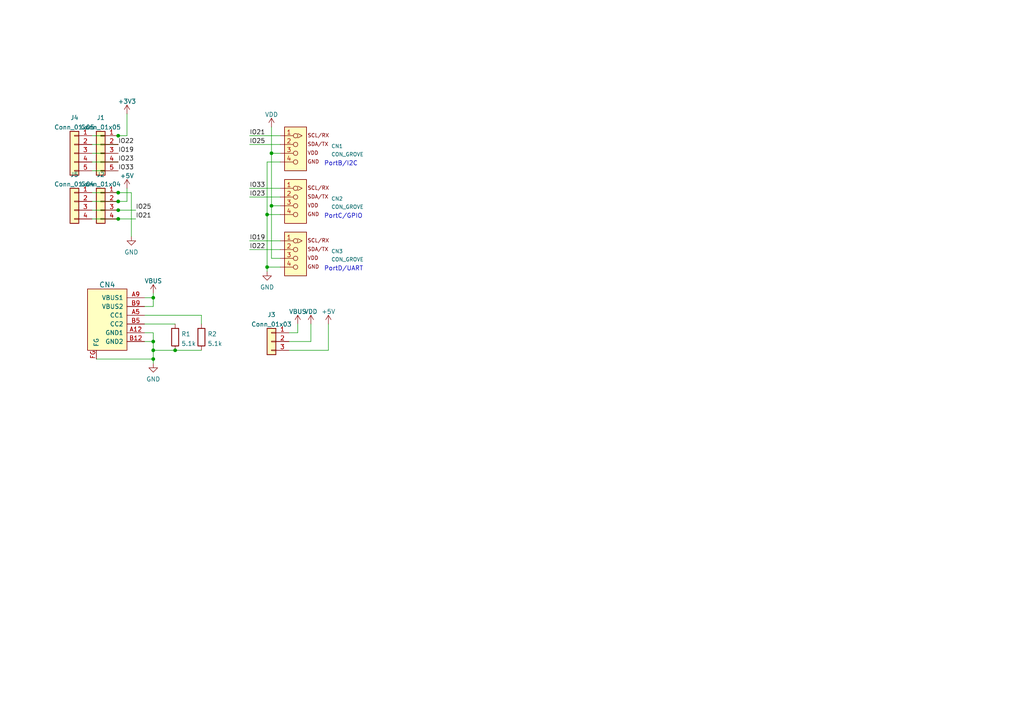
<source format=kicad_sch>
(kicad_sch (version 20211123) (generator eeschema)

  (uuid e63e39d7-6ac0-4ffd-8aa3-1841a4541b55)

  (paper "A4")

  (lib_symbols
    (symbol "Connector_Generic:Conn_01x03" (pin_names (offset 1.016) hide) (in_bom yes) (on_board yes)
      (property "Reference" "J" (id 0) (at 0 5.08 0)
        (effects (font (size 1.27 1.27)))
      )
      (property "Value" "Conn_01x03" (id 1) (at 0 -5.08 0)
        (effects (font (size 1.27 1.27)))
      )
      (property "Footprint" "" (id 2) (at 0 0 0)
        (effects (font (size 1.27 1.27)) hide)
      )
      (property "Datasheet" "~" (id 3) (at 0 0 0)
        (effects (font (size 1.27 1.27)) hide)
      )
      (property "ki_keywords" "connector" (id 4) (at 0 0 0)
        (effects (font (size 1.27 1.27)) hide)
      )
      (property "ki_description" "Generic connector, single row, 01x03, script generated (kicad-library-utils/schlib/autogen/connector/)" (id 5) (at 0 0 0)
        (effects (font (size 1.27 1.27)) hide)
      )
      (property "ki_fp_filters" "Connector*:*_1x??_*" (id 6) (at 0 0 0)
        (effects (font (size 1.27 1.27)) hide)
      )
      (symbol "Conn_01x03_1_1"
        (rectangle (start -1.27 -2.413) (end 0 -2.667)
          (stroke (width 0.1524) (type default) (color 0 0 0 0))
          (fill (type none))
        )
        (rectangle (start -1.27 0.127) (end 0 -0.127)
          (stroke (width 0.1524) (type default) (color 0 0 0 0))
          (fill (type none))
        )
        (rectangle (start -1.27 2.667) (end 0 2.413)
          (stroke (width 0.1524) (type default) (color 0 0 0 0))
          (fill (type none))
        )
        (rectangle (start -1.27 3.81) (end 1.27 -3.81)
          (stroke (width 0.254) (type default) (color 0 0 0 0))
          (fill (type background))
        )
        (pin passive line (at -5.08 2.54 0) (length 3.81)
          (name "Pin_1" (effects (font (size 1.27 1.27))))
          (number "1" (effects (font (size 1.27 1.27))))
        )
        (pin passive line (at -5.08 0 0) (length 3.81)
          (name "Pin_2" (effects (font (size 1.27 1.27))))
          (number "2" (effects (font (size 1.27 1.27))))
        )
        (pin passive line (at -5.08 -2.54 0) (length 3.81)
          (name "Pin_3" (effects (font (size 1.27 1.27))))
          (number "3" (effects (font (size 1.27 1.27))))
        )
      )
    )
    (symbol "Connector_Generic:Conn_01x04" (pin_names (offset 1.016) hide) (in_bom yes) (on_board yes)
      (property "Reference" "J" (id 0) (at 0 5.08 0)
        (effects (font (size 1.27 1.27)))
      )
      (property "Value" "Conn_01x04" (id 1) (at 0 -7.62 0)
        (effects (font (size 1.27 1.27)))
      )
      (property "Footprint" "" (id 2) (at 0 0 0)
        (effects (font (size 1.27 1.27)) hide)
      )
      (property "Datasheet" "~" (id 3) (at 0 0 0)
        (effects (font (size 1.27 1.27)) hide)
      )
      (property "ki_keywords" "connector" (id 4) (at 0 0 0)
        (effects (font (size 1.27 1.27)) hide)
      )
      (property "ki_description" "Generic connector, single row, 01x04, script generated (kicad-library-utils/schlib/autogen/connector/)" (id 5) (at 0 0 0)
        (effects (font (size 1.27 1.27)) hide)
      )
      (property "ki_fp_filters" "Connector*:*_1x??_*" (id 6) (at 0 0 0)
        (effects (font (size 1.27 1.27)) hide)
      )
      (symbol "Conn_01x04_1_1"
        (rectangle (start -1.27 -4.953) (end 0 -5.207)
          (stroke (width 0.1524) (type default) (color 0 0 0 0))
          (fill (type none))
        )
        (rectangle (start -1.27 -2.413) (end 0 -2.667)
          (stroke (width 0.1524) (type default) (color 0 0 0 0))
          (fill (type none))
        )
        (rectangle (start -1.27 0.127) (end 0 -0.127)
          (stroke (width 0.1524) (type default) (color 0 0 0 0))
          (fill (type none))
        )
        (rectangle (start -1.27 2.667) (end 0 2.413)
          (stroke (width 0.1524) (type default) (color 0 0 0 0))
          (fill (type none))
        )
        (rectangle (start -1.27 3.81) (end 1.27 -6.35)
          (stroke (width 0.254) (type default) (color 0 0 0 0))
          (fill (type background))
        )
        (pin passive line (at -5.08 2.54 0) (length 3.81)
          (name "Pin_1" (effects (font (size 1.27 1.27))))
          (number "1" (effects (font (size 1.27 1.27))))
        )
        (pin passive line (at -5.08 0 0) (length 3.81)
          (name "Pin_2" (effects (font (size 1.27 1.27))))
          (number "2" (effects (font (size 1.27 1.27))))
        )
        (pin passive line (at -5.08 -2.54 0) (length 3.81)
          (name "Pin_3" (effects (font (size 1.27 1.27))))
          (number "3" (effects (font (size 1.27 1.27))))
        )
        (pin passive line (at -5.08 -5.08 0) (length 3.81)
          (name "Pin_4" (effects (font (size 1.27 1.27))))
          (number "4" (effects (font (size 1.27 1.27))))
        )
      )
    )
    (symbol "Connector_Generic:Conn_01x05" (pin_names (offset 1.016) hide) (in_bom yes) (on_board yes)
      (property "Reference" "J" (id 0) (at 0 7.62 0)
        (effects (font (size 1.27 1.27)))
      )
      (property "Value" "Conn_01x05" (id 1) (at 0 -7.62 0)
        (effects (font (size 1.27 1.27)))
      )
      (property "Footprint" "" (id 2) (at 0 0 0)
        (effects (font (size 1.27 1.27)) hide)
      )
      (property "Datasheet" "~" (id 3) (at 0 0 0)
        (effects (font (size 1.27 1.27)) hide)
      )
      (property "ki_keywords" "connector" (id 4) (at 0 0 0)
        (effects (font (size 1.27 1.27)) hide)
      )
      (property "ki_description" "Generic connector, single row, 01x05, script generated (kicad-library-utils/schlib/autogen/connector/)" (id 5) (at 0 0 0)
        (effects (font (size 1.27 1.27)) hide)
      )
      (property "ki_fp_filters" "Connector*:*_1x??_*" (id 6) (at 0 0 0)
        (effects (font (size 1.27 1.27)) hide)
      )
      (symbol "Conn_01x05_1_1"
        (rectangle (start -1.27 -4.953) (end 0 -5.207)
          (stroke (width 0.1524) (type default) (color 0 0 0 0))
          (fill (type none))
        )
        (rectangle (start -1.27 -2.413) (end 0 -2.667)
          (stroke (width 0.1524) (type default) (color 0 0 0 0))
          (fill (type none))
        )
        (rectangle (start -1.27 0.127) (end 0 -0.127)
          (stroke (width 0.1524) (type default) (color 0 0 0 0))
          (fill (type none))
        )
        (rectangle (start -1.27 2.667) (end 0 2.413)
          (stroke (width 0.1524) (type default) (color 0 0 0 0))
          (fill (type none))
        )
        (rectangle (start -1.27 5.207) (end 0 4.953)
          (stroke (width 0.1524) (type default) (color 0 0 0 0))
          (fill (type none))
        )
        (rectangle (start -1.27 6.35) (end 1.27 -6.35)
          (stroke (width 0.254) (type default) (color 0 0 0 0))
          (fill (type background))
        )
        (pin passive line (at -5.08 5.08 0) (length 3.81)
          (name "Pin_1" (effects (font (size 1.27 1.27))))
          (number "1" (effects (font (size 1.27 1.27))))
        )
        (pin passive line (at -5.08 2.54 0) (length 3.81)
          (name "Pin_2" (effects (font (size 1.27 1.27))))
          (number "2" (effects (font (size 1.27 1.27))))
        )
        (pin passive line (at -5.08 0 0) (length 3.81)
          (name "Pin_3" (effects (font (size 1.27 1.27))))
          (number "3" (effects (font (size 1.27 1.27))))
        )
        (pin passive line (at -5.08 -2.54 0) (length 3.81)
          (name "Pin_4" (effects (font (size 1.27 1.27))))
          (number "4" (effects (font (size 1.27 1.27))))
        )
        (pin passive line (at -5.08 -5.08 0) (length 3.81)
          (name "Pin_5" (effects (font (size 1.27 1.27))))
          (number "5" (effects (font (size 1.27 1.27))))
        )
      )
    )
    (symbol "Device:R" (pin_numbers hide) (pin_names (offset 0)) (in_bom yes) (on_board yes)
      (property "Reference" "R" (id 0) (at 2.032 0 90)
        (effects (font (size 1.27 1.27)))
      )
      (property "Value" "R" (id 1) (at 0 0 90)
        (effects (font (size 1.27 1.27)))
      )
      (property "Footprint" "" (id 2) (at -1.778 0 90)
        (effects (font (size 1.27 1.27)) hide)
      )
      (property "Datasheet" "~" (id 3) (at 0 0 0)
        (effects (font (size 1.27 1.27)) hide)
      )
      (property "ki_keywords" "R res resistor" (id 4) (at 0 0 0)
        (effects (font (size 1.27 1.27)) hide)
      )
      (property "ki_description" "Resistor" (id 5) (at 0 0 0)
        (effects (font (size 1.27 1.27)) hide)
      )
      (property "ki_fp_filters" "R_*" (id 6) (at 0 0 0)
        (effects (font (size 1.27 1.27)) hide)
      )
      (symbol "R_0_1"
        (rectangle (start -1.016 -2.54) (end 1.016 2.54)
          (stroke (width 0.254) (type default) (color 0 0 0 0))
          (fill (type none))
        )
      )
      (symbol "R_1_1"
        (pin passive line (at 0 3.81 270) (length 1.27)
          (name "~" (effects (font (size 1.27 1.27))))
          (number "1" (effects (font (size 1.27 1.27))))
        )
        (pin passive line (at 0 -3.81 90) (length 1.27)
          (name "~" (effects (font (size 1.27 1.27))))
          (number "2" (effects (font (size 1.27 1.27))))
        )
      )
    )
    (symbol "akita:CON_GROVE" (pin_names (offset 1.016)) (in_bom yes) (on_board yes)
      (property "Reference" "CN" (id 0) (at 0 3.81 0)
        (effects (font (size 1.0668 1.0668)) (justify left bottom))
      )
      (property "Value" "CON_GROVE" (id 1) (at 3.81 -5.08 90)
        (effects (font (size 1.0668 1.0668)) (justify left bottom))
      )
      (property "Footprint" "" (id 2) (at 0 0 0)
        (effects (font (size 1.27 1.27)) hide)
      )
      (property "Datasheet" "" (id 3) (at 0 0 0)
        (effects (font (size 1.27 1.27)) hide)
      )
      (property "ki_locked" "" (id 4) (at 0 0 0)
        (effects (font (size 1.27 1.27)))
      )
      (symbol "CON_GROVE_1_0"
        (text "GND" (at 5.334 -5.588 0)
          (effects (font (size 1.0668 1.0668)) (justify left bottom))
        )
        (text "SCL/RX" (at 5.334 2.032 0)
          (effects (font (size 1.0668 1.0668)) (justify left bottom))
        )
        (text "SDA/TX" (at 5.334 -0.508 0)
          (effects (font (size 1.0668 1.0668)) (justify left bottom))
        )
        (text "VDD" (at 5.334 -3.048 0)
          (effects (font (size 1.0668 1.0668)) (justify left bottom))
        )
        (pin bidirectional inverted_clock (at -2.54 2.54 0) (length 5.08)
          (name "1" (effects (font (size 0 0))))
          (number "1" (effects (font (size 1.27 1.27))))
        )
        (pin bidirectional inverted (at -2.54 0 0) (length 5.08)
          (name "2" (effects (font (size 0 0))))
          (number "2" (effects (font (size 1.27 1.27))))
        )
        (pin bidirectional inverted (at -2.54 -2.54 0) (length 5.08)
          (name "3" (effects (font (size 0 0))))
          (number "3" (effects (font (size 1.27 1.27))))
        )
        (pin bidirectional inverted (at -2.54 -5.08 0) (length 5.08)
          (name "4" (effects (font (size 0 0))))
          (number "4" (effects (font (size 1.27 1.27))))
        )
      )
      (symbol "CON_GROVE_1_1"
        (rectangle (start -1.27 5.08) (end 5.08 -7.62)
          (stroke (width 0.2032) (type default) (color 0 0 0 0))
          (fill (type background))
        )
      )
    )
    (symbol "akita:CON_USB-C-6" (pin_names (offset 1.016)) (in_bom yes) (on_board yes)
      (property "Reference" "CN" (id 0) (at -2.54 -8.89 0)
        (effects (font (size 1.4986 1.4986)))
      )
      (property "Value" "CON_USB-C-6" (id 1) (at -1.27 11.43 0)
        (effects (font (size 1.27 1.27)) hide)
      )
      (property "Footprint" "" (id 2) (at 0 0 0)
        (effects (font (size 1.27 1.27)) hide)
      )
      (property "Datasheet" "" (id 3) (at 0 0 0)
        (effects (font (size 1.27 1.27)) hide)
      )
      (symbol "CON_USB-C-6_1_0"
        (rectangle (start -7.62 10.16) (end 3.81 -7.62)
          (stroke (width 0.2032) (type default) (color 0 0 0 0))
          (fill (type background))
        )
        (pin bidirectional line (at -12.7 -2.54 0) (length 5.08)
          (name "GND1" (effects (font (size 1.27 1.27))))
          (number "A12" (effects (font (size 1.27 1.27))))
        )
        (pin bidirectional line (at -12.7 2.54 0) (length 5.08)
          (name "CC1" (effects (font (size 1.27 1.27))))
          (number "A5" (effects (font (size 1.27 1.27))))
        )
        (pin bidirectional line (at -12.7 7.62 0) (length 5.08)
          (name "VBUS1" (effects (font (size 1.27 1.27))))
          (number "A9" (effects (font (size 1.27 1.27))))
        )
        (pin bidirectional line (at -12.7 -5.08 0) (length 5.08)
          (name "GND2" (effects (font (size 1.27 1.27))))
          (number "B12" (effects (font (size 1.27 1.27))))
        )
        (pin bidirectional line (at -12.7 0 0) (length 5.08)
          (name "CC2" (effects (font (size 1.27 1.27))))
          (number "B5" (effects (font (size 1.27 1.27))))
        )
        (pin bidirectional line (at -12.7 5.08 0) (length 5.08)
          (name "VBUS2" (effects (font (size 1.27 1.27))))
          (number "B9" (effects (font (size 1.27 1.27))))
        )
      )
      (symbol "CON_USB-C-6_1_1"
        (pin input line (at 1.27 -10.16 90) (length 2.54)
          (name "FG" (effects (font (size 1.27 1.27))))
          (number "FG" (effects (font (size 1.27 1.27))))
        )
      )
    )
    (symbol "power:+3V3" (power) (pin_names (offset 0)) (in_bom yes) (on_board yes)
      (property "Reference" "#PWR" (id 0) (at 0 -3.81 0)
        (effects (font (size 1.27 1.27)) hide)
      )
      (property "Value" "+3V3" (id 1) (at 0 3.556 0)
        (effects (font (size 1.27 1.27)))
      )
      (property "Footprint" "" (id 2) (at 0 0 0)
        (effects (font (size 1.27 1.27)) hide)
      )
      (property "Datasheet" "" (id 3) (at 0 0 0)
        (effects (font (size 1.27 1.27)) hide)
      )
      (property "ki_keywords" "power-flag" (id 4) (at 0 0 0)
        (effects (font (size 1.27 1.27)) hide)
      )
      (property "ki_description" "Power symbol creates a global label with name \"+3V3\"" (id 5) (at 0 0 0)
        (effects (font (size 1.27 1.27)) hide)
      )
      (symbol "+3V3_0_1"
        (polyline
          (pts
            (xy -0.762 1.27)
            (xy 0 2.54)
          )
          (stroke (width 0) (type default) (color 0 0 0 0))
          (fill (type none))
        )
        (polyline
          (pts
            (xy 0 0)
            (xy 0 2.54)
          )
          (stroke (width 0) (type default) (color 0 0 0 0))
          (fill (type none))
        )
        (polyline
          (pts
            (xy 0 2.54)
            (xy 0.762 1.27)
          )
          (stroke (width 0) (type default) (color 0 0 0 0))
          (fill (type none))
        )
      )
      (symbol "+3V3_1_1"
        (pin power_in line (at 0 0 90) (length 0) hide
          (name "+3V3" (effects (font (size 1.27 1.27))))
          (number "1" (effects (font (size 1.27 1.27))))
        )
      )
    )
    (symbol "power:+5V" (power) (pin_names (offset 0)) (in_bom yes) (on_board yes)
      (property "Reference" "#PWR" (id 0) (at 0 -3.81 0)
        (effects (font (size 1.27 1.27)) hide)
      )
      (property "Value" "+5V" (id 1) (at 0 3.556 0)
        (effects (font (size 1.27 1.27)))
      )
      (property "Footprint" "" (id 2) (at 0 0 0)
        (effects (font (size 1.27 1.27)) hide)
      )
      (property "Datasheet" "" (id 3) (at 0 0 0)
        (effects (font (size 1.27 1.27)) hide)
      )
      (property "ki_keywords" "power-flag" (id 4) (at 0 0 0)
        (effects (font (size 1.27 1.27)) hide)
      )
      (property "ki_description" "Power symbol creates a global label with name \"+5V\"" (id 5) (at 0 0 0)
        (effects (font (size 1.27 1.27)) hide)
      )
      (symbol "+5V_0_1"
        (polyline
          (pts
            (xy -0.762 1.27)
            (xy 0 2.54)
          )
          (stroke (width 0) (type default) (color 0 0 0 0))
          (fill (type none))
        )
        (polyline
          (pts
            (xy 0 0)
            (xy 0 2.54)
          )
          (stroke (width 0) (type default) (color 0 0 0 0))
          (fill (type none))
        )
        (polyline
          (pts
            (xy 0 2.54)
            (xy 0.762 1.27)
          )
          (stroke (width 0) (type default) (color 0 0 0 0))
          (fill (type none))
        )
      )
      (symbol "+5V_1_1"
        (pin power_in line (at 0 0 90) (length 0) hide
          (name "+5V" (effects (font (size 1.27 1.27))))
          (number "1" (effects (font (size 1.27 1.27))))
        )
      )
    )
    (symbol "power:GND" (power) (pin_names (offset 0)) (in_bom yes) (on_board yes)
      (property "Reference" "#PWR" (id 0) (at 0 -6.35 0)
        (effects (font (size 1.27 1.27)) hide)
      )
      (property "Value" "GND" (id 1) (at 0 -3.81 0)
        (effects (font (size 1.27 1.27)))
      )
      (property "Footprint" "" (id 2) (at 0 0 0)
        (effects (font (size 1.27 1.27)) hide)
      )
      (property "Datasheet" "" (id 3) (at 0 0 0)
        (effects (font (size 1.27 1.27)) hide)
      )
      (property "ki_keywords" "power-flag" (id 4) (at 0 0 0)
        (effects (font (size 1.27 1.27)) hide)
      )
      (property "ki_description" "Power symbol creates a global label with name \"GND\" , ground" (id 5) (at 0 0 0)
        (effects (font (size 1.27 1.27)) hide)
      )
      (symbol "GND_0_1"
        (polyline
          (pts
            (xy 0 0)
            (xy 0 -1.27)
            (xy 1.27 -1.27)
            (xy 0 -2.54)
            (xy -1.27 -1.27)
            (xy 0 -1.27)
          )
          (stroke (width 0) (type default) (color 0 0 0 0))
          (fill (type none))
        )
      )
      (symbol "GND_1_1"
        (pin power_in line (at 0 0 270) (length 0) hide
          (name "GND" (effects (font (size 1.27 1.27))))
          (number "1" (effects (font (size 1.27 1.27))))
        )
      )
    )
    (symbol "power:VBUS" (power) (pin_names (offset 0)) (in_bom yes) (on_board yes)
      (property "Reference" "#PWR" (id 0) (at 0 -3.81 0)
        (effects (font (size 1.27 1.27)) hide)
      )
      (property "Value" "VBUS" (id 1) (at 0 3.81 0)
        (effects (font (size 1.27 1.27)))
      )
      (property "Footprint" "" (id 2) (at 0 0 0)
        (effects (font (size 1.27 1.27)) hide)
      )
      (property "Datasheet" "" (id 3) (at 0 0 0)
        (effects (font (size 1.27 1.27)) hide)
      )
      (property "ki_keywords" "power-flag" (id 4) (at 0 0 0)
        (effects (font (size 1.27 1.27)) hide)
      )
      (property "ki_description" "Power symbol creates a global label with name \"VBUS\"" (id 5) (at 0 0 0)
        (effects (font (size 1.27 1.27)) hide)
      )
      (symbol "VBUS_0_1"
        (polyline
          (pts
            (xy -0.762 1.27)
            (xy 0 2.54)
          )
          (stroke (width 0) (type default) (color 0 0 0 0))
          (fill (type none))
        )
        (polyline
          (pts
            (xy 0 0)
            (xy 0 2.54)
          )
          (stroke (width 0) (type default) (color 0 0 0 0))
          (fill (type none))
        )
        (polyline
          (pts
            (xy 0 2.54)
            (xy 0.762 1.27)
          )
          (stroke (width 0) (type default) (color 0 0 0 0))
          (fill (type none))
        )
      )
      (symbol "VBUS_1_1"
        (pin power_in line (at 0 0 90) (length 0) hide
          (name "VBUS" (effects (font (size 1.27 1.27))))
          (number "1" (effects (font (size 1.27 1.27))))
        )
      )
    )
    (symbol "power:VDD" (power) (pin_names (offset 0)) (in_bom yes) (on_board yes)
      (property "Reference" "#PWR" (id 0) (at 0 -3.81 0)
        (effects (font (size 1.27 1.27)) hide)
      )
      (property "Value" "VDD" (id 1) (at 0 3.81 0)
        (effects (font (size 1.27 1.27)))
      )
      (property "Footprint" "" (id 2) (at 0 0 0)
        (effects (font (size 1.27 1.27)) hide)
      )
      (property "Datasheet" "" (id 3) (at 0 0 0)
        (effects (font (size 1.27 1.27)) hide)
      )
      (property "ki_keywords" "power-flag" (id 4) (at 0 0 0)
        (effects (font (size 1.27 1.27)) hide)
      )
      (property "ki_description" "Power symbol creates a global label with name \"VDD\"" (id 5) (at 0 0 0)
        (effects (font (size 1.27 1.27)) hide)
      )
      (symbol "VDD_0_1"
        (polyline
          (pts
            (xy -0.762 1.27)
            (xy 0 2.54)
          )
          (stroke (width 0) (type default) (color 0 0 0 0))
          (fill (type none))
        )
        (polyline
          (pts
            (xy 0 0)
            (xy 0 2.54)
          )
          (stroke (width 0) (type default) (color 0 0 0 0))
          (fill (type none))
        )
        (polyline
          (pts
            (xy 0 2.54)
            (xy 0.762 1.27)
          )
          (stroke (width 0) (type default) (color 0 0 0 0))
          (fill (type none))
        )
      )
      (symbol "VDD_1_1"
        (pin power_in line (at 0 0 90) (length 0) hide
          (name "VDD" (effects (font (size 1.27 1.27))))
          (number "1" (effects (font (size 1.27 1.27))))
        )
      )
    )
  )

  (junction (at 44.45 86.36) (diameter 0) (color 0 0 0 0)
    (uuid 05f96d3c-c6a7-459f-a187-f9172f56db0c)
  )
  (junction (at 34.29 55.88) (diameter 0) (color 0 0 0 0)
    (uuid 07077581-4613-4251-b8e2-eb818a969a8a)
  )
  (junction (at 44.45 104.14) (diameter 0) (color 0 0 0 0)
    (uuid 0c68f4e2-7461-49a7-9120-f7c21b54c835)
  )
  (junction (at 44.45 99.06) (diameter 0) (color 0 0 0 0)
    (uuid 3ad7aa14-9a85-4405-b704-4608c90fe886)
  )
  (junction (at 78.74 44.45) (diameter 0) (color 0 0 0 0)
    (uuid 449f2da0-d5e4-4e0d-945f-a5b69c45455e)
  )
  (junction (at 34.29 58.42) (diameter 0) (color 0 0 0 0)
    (uuid 48c20c9c-d84f-466d-ad4e-f33fecd298ea)
  )
  (junction (at 34.29 60.96) (diameter 0) (color 0 0 0 0)
    (uuid 4ebd0289-6b61-4f2e-95cd-36cd2e84418a)
  )
  (junction (at 34.29 39.37) (diameter 0) (color 0 0 0 0)
    (uuid 562e243b-bc50-41eb-ac28-d95f58fc99a3)
  )
  (junction (at 77.47 62.23) (diameter 0) (color 0 0 0 0)
    (uuid 67e5abec-f0a1-4faa-829c-13ad7561ae24)
  )
  (junction (at 44.45 101.6) (diameter 0) (color 0 0 0 0)
    (uuid 81a86fdf-3ef3-4dd0-8d8a-dd87141adc99)
  )
  (junction (at 78.74 59.69) (diameter 0) (color 0 0 0 0)
    (uuid c1a2b104-b142-45b8-b862-a8429affbf64)
  )
  (junction (at 77.47 77.47) (diameter 0) (color 0 0 0 0)
    (uuid c5732806-0952-46c2-8f79-b623335e3a74)
  )
  (junction (at 34.29 63.5) (diameter 0) (color 0 0 0 0)
    (uuid cc505bde-f7e8-451f-b18c-439dcfe3b320)
  )
  (junction (at 50.8 101.6) (diameter 0) (color 0 0 0 0)
    (uuid d31bbdc8-4cbe-4771-81ae-669a6848f3a9)
  )

  (wire (pts (xy 41.91 96.52) (xy 44.45 96.52))
    (stroke (width 0) (type default) (color 0 0 0 0))
    (uuid 01dbe86d-0221-4578-b3a5-a3bf5fe255db)
  )
  (wire (pts (xy 78.74 44.45) (xy 78.74 59.69))
    (stroke (width 0) (type default) (color 0 0 0 0))
    (uuid 01f03f2a-86ff-424d-86ec-57b42a29b507)
  )
  (wire (pts (xy 81.28 46.99) (xy 77.47 46.99))
    (stroke (width 0) (type default) (color 0 0 0 0))
    (uuid 05ca8494-0426-4290-8c16-4c74093a18b6)
  )
  (wire (pts (xy 58.42 91.44) (xy 58.42 93.98))
    (stroke (width 0) (type default) (color 0 0 0 0))
    (uuid 0e23ae78-f7fd-4ff9-8406-da3be88f6ac6)
  )
  (wire (pts (xy 34.29 60.96) (xy 39.37 60.96))
    (stroke (width 0) (type default) (color 0 0 0 0))
    (uuid 1b533a95-7c8b-40c3-82d1-ca953843445b)
  )
  (wire (pts (xy 78.74 59.69) (xy 81.28 59.69))
    (stroke (width 0) (type default) (color 0 0 0 0))
    (uuid 1c4c7a8e-d9eb-44bb-bf4c-2c0728fbbe28)
  )
  (wire (pts (xy 77.47 46.99) (xy 77.47 62.23))
    (stroke (width 0) (type default) (color 0 0 0 0))
    (uuid 1d72346c-b99b-4c6d-9e88-bc877176be56)
  )
  (wire (pts (xy 86.36 96.52) (xy 86.36 93.98))
    (stroke (width 0) (type default) (color 0 0 0 0))
    (uuid 20644956-01cd-4d6e-bded-c0dc1648e245)
  )
  (wire (pts (xy 26.67 58.42) (xy 34.29 58.42))
    (stroke (width 0) (type default) (color 0 0 0 0))
    (uuid 260a686d-0ea4-4710-9271-42afe4aaf251)
  )
  (wire (pts (xy 78.74 36.83) (xy 78.74 44.45))
    (stroke (width 0) (type default) (color 0 0 0 0))
    (uuid 2739736b-afb1-419d-9e9c-91c65f4eb9fa)
  )
  (wire (pts (xy 36.83 33.02) (xy 36.83 39.37))
    (stroke (width 0) (type default) (color 0 0 0 0))
    (uuid 33f5878c-5246-435a-be5b-77cb5fb58e5e)
  )
  (wire (pts (xy 72.39 72.39) (xy 81.28 72.39))
    (stroke (width 0) (type default) (color 0 0 0 0))
    (uuid 3adc957d-abba-4899-8afd-059e1885447c)
  )
  (wire (pts (xy 50.8 101.6) (xy 58.42 101.6))
    (stroke (width 0) (type default) (color 0 0 0 0))
    (uuid 40d04527-4a21-467e-92ea-6d87c7bc8b9b)
  )
  (wire (pts (xy 83.82 96.52) (xy 86.36 96.52))
    (stroke (width 0) (type default) (color 0 0 0 0))
    (uuid 418f0e18-3638-41ad-990d-5b945d4a8a71)
  )
  (wire (pts (xy 26.67 55.88) (xy 34.29 55.88))
    (stroke (width 0) (type default) (color 0 0 0 0))
    (uuid 4195da02-52b4-48f1-901b-73c5f406e14a)
  )
  (wire (pts (xy 41.91 93.98) (xy 50.8 93.98))
    (stroke (width 0) (type default) (color 0 0 0 0))
    (uuid 446bf39e-f653-4e79-b238-d1778bb60fa7)
  )
  (wire (pts (xy 36.83 58.42) (xy 36.83 54.61))
    (stroke (width 0) (type default) (color 0 0 0 0))
    (uuid 44ac8ad7-f67d-46d4-8784-3de7f56c85f8)
  )
  (wire (pts (xy 41.91 88.9) (xy 44.45 88.9))
    (stroke (width 0) (type default) (color 0 0 0 0))
    (uuid 46cee0ec-74c3-4835-8170-e16fc4db7fa6)
  )
  (wire (pts (xy 26.67 41.91) (xy 34.29 41.91))
    (stroke (width 0) (type default) (color 0 0 0 0))
    (uuid 5689b47b-7b46-4ec7-9ead-ff2aa4f086d5)
  )
  (wire (pts (xy 41.91 91.44) (xy 58.42 91.44))
    (stroke (width 0) (type default) (color 0 0 0 0))
    (uuid 58f667ed-edf9-4332-8ef3-f8bea84ffd8e)
  )
  (wire (pts (xy 81.28 74.93) (xy 78.74 74.93))
    (stroke (width 0) (type default) (color 0 0 0 0))
    (uuid 5dc73bc8-735b-465f-8cab-da1e9b4ea918)
  )
  (wire (pts (xy 44.45 104.14) (xy 44.45 105.41))
    (stroke (width 0) (type default) (color 0 0 0 0))
    (uuid 62ad0ab3-f1a5-49b2-9b6a-4489c60bfd1f)
  )
  (wire (pts (xy 26.67 44.45) (xy 34.29 44.45))
    (stroke (width 0) (type default) (color 0 0 0 0))
    (uuid 641b0539-a19e-4f91-ad44-9a0d1b8478f4)
  )
  (wire (pts (xy 95.25 101.6) (xy 95.25 93.98))
    (stroke (width 0) (type default) (color 0 0 0 0))
    (uuid 66ddc94b-63fd-4ea7-bd90-4b23e8c07019)
  )
  (wire (pts (xy 44.45 101.6) (xy 44.45 104.14))
    (stroke (width 0) (type default) (color 0 0 0 0))
    (uuid 686018fd-d436-4cab-b284-2f8048ed362a)
  )
  (wire (pts (xy 26.67 39.37) (xy 34.29 39.37))
    (stroke (width 0) (type default) (color 0 0 0 0))
    (uuid 6a9e1a64-3582-4486-9fa6-38d59f40ce68)
  )
  (wire (pts (xy 72.39 57.15) (xy 81.28 57.15))
    (stroke (width 0) (type default) (color 0 0 0 0))
    (uuid 6b3ae9c8-c98c-48e4-afda-7574f9686cbb)
  )
  (wire (pts (xy 44.45 86.36) (xy 44.45 85.09))
    (stroke (width 0) (type default) (color 0 0 0 0))
    (uuid 6c8751cd-556c-475d-8442-c93aed400a10)
  )
  (wire (pts (xy 77.47 62.23) (xy 77.47 77.47))
    (stroke (width 0) (type default) (color 0 0 0 0))
    (uuid 6f46af90-605d-429a-a538-b16c03447363)
  )
  (wire (pts (xy 34.29 63.5) (xy 39.37 63.5))
    (stroke (width 0) (type default) (color 0 0 0 0))
    (uuid 740515bd-c683-4d4e-85c0-e7a3d21ddfff)
  )
  (wire (pts (xy 44.45 101.6) (xy 50.8 101.6))
    (stroke (width 0) (type default) (color 0 0 0 0))
    (uuid 74f09321-db03-4b23-bac2-b71c84018e6b)
  )
  (wire (pts (xy 36.83 39.37) (xy 34.29 39.37))
    (stroke (width 0) (type default) (color 0 0 0 0))
    (uuid 76a22395-5d2d-4f66-8191-432f65fdc4ac)
  )
  (wire (pts (xy 44.45 88.9) (xy 44.45 86.36))
    (stroke (width 0) (type default) (color 0 0 0 0))
    (uuid 791fa79c-b50e-4457-ab6c-acbd2fbef598)
  )
  (wire (pts (xy 44.45 99.06) (xy 44.45 101.6))
    (stroke (width 0) (type default) (color 0 0 0 0))
    (uuid 79f41f98-5394-4a64-a1c2-70b48bb4de21)
  )
  (wire (pts (xy 34.29 55.88) (xy 38.1 55.88))
    (stroke (width 0) (type default) (color 0 0 0 0))
    (uuid 7a21cf52-bc7e-4c89-94eb-b71c65517b55)
  )
  (wire (pts (xy 77.47 77.47) (xy 81.28 77.47))
    (stroke (width 0) (type default) (color 0 0 0 0))
    (uuid 82bb1537-9a8b-48e3-b6b0-8224a99d41fc)
  )
  (wire (pts (xy 44.45 96.52) (xy 44.45 99.06))
    (stroke (width 0) (type default) (color 0 0 0 0))
    (uuid 82bc608e-c07a-4b87-b559-e7a246098aef)
  )
  (wire (pts (xy 27.94 104.14) (xy 44.45 104.14))
    (stroke (width 0) (type default) (color 0 0 0 0))
    (uuid 8ebba346-9fe3-43b6-9e0b-81e352824aa6)
  )
  (wire (pts (xy 83.82 99.06) (xy 90.17 99.06))
    (stroke (width 0) (type default) (color 0 0 0 0))
    (uuid 8ee27823-a6f8-406b-82d1-d04c4e460e49)
  )
  (wire (pts (xy 26.67 46.99) (xy 34.29 46.99))
    (stroke (width 0) (type default) (color 0 0 0 0))
    (uuid 96f4b525-44cb-47ae-85ba-1452b6ebe244)
  )
  (wire (pts (xy 34.29 58.42) (xy 36.83 58.42))
    (stroke (width 0) (type default) (color 0 0 0 0))
    (uuid 9a6feb2c-8506-408c-aa4e-bb2d324134f6)
  )
  (wire (pts (xy 72.39 69.85) (xy 81.28 69.85))
    (stroke (width 0) (type default) (color 0 0 0 0))
    (uuid a3d48599-29b5-4db1-aabb-12a8385a1308)
  )
  (wire (pts (xy 26.67 49.53) (xy 34.29 49.53))
    (stroke (width 0) (type default) (color 0 0 0 0))
    (uuid a573ff85-f5c9-441a-9bb7-2ebb4373e5e8)
  )
  (wire (pts (xy 77.47 77.47) (xy 77.47 78.74))
    (stroke (width 0) (type default) (color 0 0 0 0))
    (uuid a5dba0b8-69da-45c9-b3b3-e34a9cf5d736)
  )
  (wire (pts (xy 72.39 39.37) (xy 81.28 39.37))
    (stroke (width 0) (type default) (color 0 0 0 0))
    (uuid a7d98c78-5051-4634-adae-c05a1e77e006)
  )
  (wire (pts (xy 72.39 41.91) (xy 81.28 41.91))
    (stroke (width 0) (type default) (color 0 0 0 0))
    (uuid b278c6f4-5009-48d4-af08-74b28d07711f)
  )
  (wire (pts (xy 41.91 99.06) (xy 44.45 99.06))
    (stroke (width 0) (type default) (color 0 0 0 0))
    (uuid b486760e-08f5-4f8a-9af1-8744d6864379)
  )
  (wire (pts (xy 38.1 55.88) (xy 38.1 68.58))
    (stroke (width 0) (type default) (color 0 0 0 0))
    (uuid b80f932e-c561-4816-b2f7-d9b18c7e7264)
  )
  (wire (pts (xy 72.39 54.61) (xy 81.28 54.61))
    (stroke (width 0) (type default) (color 0 0 0 0))
    (uuid c3c6e638-6255-4b9e-8ea2-c68bdd7acbfc)
  )
  (wire (pts (xy 26.67 63.5) (xy 34.29 63.5))
    (stroke (width 0) (type default) (color 0 0 0 0))
    (uuid d0a42780-1633-4a61-a9a7-634115c74817)
  )
  (wire (pts (xy 90.17 99.06) (xy 90.17 93.98))
    (stroke (width 0) (type default) (color 0 0 0 0))
    (uuid d25cfbef-f989-46c1-8c3f-09ce367f634e)
  )
  (wire (pts (xy 78.74 44.45) (xy 81.28 44.45))
    (stroke (width 0) (type default) (color 0 0 0 0))
    (uuid dc84a4a6-a8bc-4186-bc0a-93699a778384)
  )
  (wire (pts (xy 77.47 62.23) (xy 81.28 62.23))
    (stroke (width 0) (type default) (color 0 0 0 0))
    (uuid dc987be8-352c-4f8f-a4bb-4e14a48ac02c)
  )
  (wire (pts (xy 83.82 101.6) (xy 95.25 101.6))
    (stroke (width 0) (type default) (color 0 0 0 0))
    (uuid e1ca2fa4-878d-4b56-b8ce-583c4e6d5869)
  )
  (wire (pts (xy 41.91 86.36) (xy 44.45 86.36))
    (stroke (width 0) (type default) (color 0 0 0 0))
    (uuid e69117cb-697e-4571-a71a-cc97f1ffaad1)
  )
  (wire (pts (xy 26.67 60.96) (xy 34.29 60.96))
    (stroke (width 0) (type default) (color 0 0 0 0))
    (uuid e99803fe-1de8-4281-93d5-b5e7a6cb274c)
  )
  (wire (pts (xy 78.74 59.69) (xy 78.74 74.93))
    (stroke (width 0) (type default) (color 0 0 0 0))
    (uuid ee0404f1-775a-4f9c-8b75-b98271704a27)
  )

  (text "PortD/UART" (at 93.98 78.74 0)
    (effects (font (size 1.27 1.27)) (justify left bottom))
    (uuid 529bf8ea-7e0a-481e-a7b4-513d4259a395)
  )
  (text "PortB/I2C" (at 93.98 48.26 0)
    (effects (font (size 1.27 1.27)) (justify left bottom))
    (uuid 868a2c56-8961-4e46-8356-ca8105d203b3)
  )
  (text "PortC/GPIO" (at 93.98 63.5 0)
    (effects (font (size 1.27 1.27)) (justify left bottom))
    (uuid aa0ebb03-3749-4128-948b-7f233ef86b4f)
  )

  (label "IO25" (at 72.39 41.91 0)
    (effects (font (size 1.27 1.27)) (justify left bottom))
    (uuid 3383af92-fa8e-47a2-bf42-f232b37a2a27)
  )
  (label "IO33" (at 34.29 49.53 0)
    (effects (font (size 1.27 1.27)) (justify left bottom))
    (uuid 338b545f-e7a0-4476-aed9-8652302f4ad7)
  )
  (label "IO21" (at 39.37 63.5 0)
    (effects (font (size 1.27 1.27)) (justify left bottom))
    (uuid 486ba810-6c23-4013-bf94-df496664e85a)
  )
  (label "IO33" (at 72.39 54.61 0)
    (effects (font (size 1.27 1.27)) (justify left bottom))
    (uuid 8517d222-d98b-4bea-ba28-d603618b338d)
  )
  (label "IO22" (at 34.29 41.91 0)
    (effects (font (size 1.27 1.27)) (justify left bottom))
    (uuid a3cf395a-cd88-4146-9464-d571675c4da8)
  )
  (label "IO19" (at 72.39 69.85 0)
    (effects (font (size 1.27 1.27)) (justify left bottom))
    (uuid b4187bff-0ffc-47c6-a6ff-62aa55967180)
  )
  (label "IO22" (at 72.39 72.39 0)
    (effects (font (size 1.27 1.27)) (justify left bottom))
    (uuid ba1157c8-0037-41ae-85ea-717c5ff69395)
  )
  (label "IO23" (at 34.29 46.99 0)
    (effects (font (size 1.27 1.27)) (justify left bottom))
    (uuid bb283cfe-fdb3-4e92-8c48-e80f846b2182)
  )
  (label "IO19" (at 34.29 44.45 0)
    (effects (font (size 1.27 1.27)) (justify left bottom))
    (uuid bfaf429c-8b47-4b7e-8b57-42e81daa1e68)
  )
  (label "IO25" (at 39.37 60.96 0)
    (effects (font (size 1.27 1.27)) (justify left bottom))
    (uuid e0e7d881-192f-49b6-8fe8-66dfea7c68cf)
  )
  (label "IO23" (at 72.39 57.15 0)
    (effects (font (size 1.27 1.27)) (justify left bottom))
    (uuid e840b107-3750-438e-b78f-29c9d0d23fc4)
  )
  (label "IO21" (at 72.39 39.37 0)
    (effects (font (size 1.27 1.27)) (justify left bottom))
    (uuid e9d5640b-fdb2-4d90-9fcc-494b75e163dc)
  )

  (symbol (lib_id "power:+3V3") (at 36.83 33.02 0) (unit 1)
    (in_bom yes) (on_board yes) (fields_autoplaced)
    (uuid 02c9b4e0-e732-4be8-80fe-c39af2a21515)
    (property "Reference" "#PWR01" (id 0) (at 36.83 36.83 0)
      (effects (font (size 1.27 1.27)) hide)
    )
    (property "Value" "+3V3" (id 1) (at 36.83 29.4155 0))
    (property "Footprint" "" (id 2) (at 36.83 33.02 0)
      (effects (font (size 1.27 1.27)) hide)
    )
    (property "Datasheet" "" (id 3) (at 36.83 33.02 0)
      (effects (font (size 1.27 1.27)) hide)
    )
    (pin "1" (uuid a1658a15-b815-40e3-a447-6bea751ba325))
  )

  (symbol (lib_id "power:VDD") (at 90.17 93.98 0) (unit 1)
    (in_bom yes) (on_board yes) (fields_autoplaced)
    (uuid 1e27369d-e67e-44de-ad42-9bb88fa2dcfe)
    (property "Reference" "#PWR09" (id 0) (at 90.17 97.79 0)
      (effects (font (size 1.27 1.27)) hide)
    )
    (property "Value" "VDD" (id 1) (at 90.17 90.3755 0))
    (property "Footprint" "" (id 2) (at 90.17 93.98 0)
      (effects (font (size 1.27 1.27)) hide)
    )
    (property "Datasheet" "" (id 3) (at 90.17 93.98 0)
      (effects (font (size 1.27 1.27)) hide)
    )
    (pin "1" (uuid 0df3562c-edb0-464c-a210-e3fdc5ab3f71))
  )

  (symbol (lib_id "akita:CON_GROVE") (at 83.82 41.91 0) (unit 1)
    (in_bom yes) (on_board yes) (fields_autoplaced)
    (uuid 2b1643d4-0ee8-436c-8dac-31a9f0b9c255)
    (property "Reference" "CN1" (id 0) (at 96.0692 42.3965 0)
      (effects (font (size 1.0668 1.0668)) (justify left))
    )
    (property "Value" "CON_GROVE" (id 1) (at 96.0692 44.7682 0)
      (effects (font (size 1.0668 1.0668)) (justify left))
    )
    (property "Footprint" "akita:CON_GROVE_H" (id 2) (at 83.82 41.91 0)
      (effects (font (size 1.27 1.27)) hide)
    )
    (property "Datasheet" "" (id 3) (at 83.82 41.91 0)
      (effects (font (size 1.27 1.27)) hide)
    )
    (pin "1" (uuid 3f95d178-4956-495f-95a9-23b546571839))
    (pin "2" (uuid bb577846-6cdc-45d3-bf90-477828bbfe1c))
    (pin "3" (uuid 66e950dd-c09b-4c99-b636-9d966fca99b5))
    (pin "4" (uuid e23d99fc-a483-4ef1-8fad-cdf02092ab67))
  )

  (symbol (lib_id "power:VBUS") (at 44.45 85.09 0) (unit 1)
    (in_bom yes) (on_board yes) (fields_autoplaced)
    (uuid 2dfb2354-fae7-4b55-949f-2ba9bd820f92)
    (property "Reference" "#PWR05" (id 0) (at 44.45 88.9 0)
      (effects (font (size 1.27 1.27)) hide)
    )
    (property "Value" "VBUS" (id 1) (at 44.45 81.4855 0))
    (property "Footprint" "" (id 2) (at 44.45 85.09 0)
      (effects (font (size 1.27 1.27)) hide)
    )
    (property "Datasheet" "" (id 3) (at 44.45 85.09 0)
      (effects (font (size 1.27 1.27)) hide)
    )
    (pin "1" (uuid 119f6a0f-22be-451e-99af-4030d42ca769))
  )

  (symbol (lib_id "power:VBUS") (at 86.36 93.98 0) (unit 1)
    (in_bom yes) (on_board yes) (fields_autoplaced)
    (uuid 3cbc1d70-045c-498e-abe9-79b6dad72c12)
    (property "Reference" "#PWR08" (id 0) (at 86.36 97.79 0)
      (effects (font (size 1.27 1.27)) hide)
    )
    (property "Value" "VBUS" (id 1) (at 86.36 90.3755 0))
    (property "Footprint" "" (id 2) (at 86.36 93.98 0)
      (effects (font (size 1.27 1.27)) hide)
    )
    (property "Datasheet" "" (id 3) (at 86.36 93.98 0)
      (effects (font (size 1.27 1.27)) hide)
    )
    (pin "1" (uuid 74f02007-9731-4eff-9be3-aabf477d54a5))
  )

  (symbol (lib_id "Connector_Generic:Conn_01x04") (at 21.59 58.42 0) (mirror y) (unit 1)
    (in_bom yes) (on_board yes) (fields_autoplaced)
    (uuid 4e4e43cd-2fbe-4bd3-97f5-d69c14cf2e78)
    (property "Reference" "J5" (id 0) (at 21.59 50.6435 0))
    (property "Value" "Conn_01x04" (id 1) (at 21.59 53.4186 0))
    (property "Footprint" "Connector_PinHeader_2.54mm:PinHeader_1x04_P2.54mm_Vertical" (id 2) (at 21.59 58.42 0)
      (effects (font (size 1.27 1.27)) hide)
    )
    (property "Datasheet" "~" (id 3) (at 21.59 58.42 0)
      (effects (font (size 1.27 1.27)) hide)
    )
    (pin "1" (uuid f0786ee3-a048-405f-8056-d584552fedf1))
    (pin "2" (uuid ccda9c76-c57b-44a6-8d1b-073f6f0dc746))
    (pin "3" (uuid 542c0bc2-7279-4d6b-bfea-489836939f96))
    (pin "4" (uuid 48573f01-35ca-4940-a0fb-37a7195d04a8))
  )

  (symbol (lib_id "Connector_Generic:Conn_01x05") (at 21.59 44.45 0) (mirror y) (unit 1)
    (in_bom yes) (on_board yes) (fields_autoplaced)
    (uuid 5da06777-0696-4bb2-8c9a-78c96b4b3e90)
    (property "Reference" "J4" (id 0) (at 21.59 34.1335 0))
    (property "Value" "Conn_01x05" (id 1) (at 21.59 36.9086 0))
    (property "Footprint" "Connector_PinHeader_2.54mm:PinHeader_1x05_P2.54mm_Vertical" (id 2) (at 21.59 44.45 0)
      (effects (font (size 1.27 1.27)) hide)
    )
    (property "Datasheet" "~" (id 3) (at 21.59 44.45 0)
      (effects (font (size 1.27 1.27)) hide)
    )
    (pin "1" (uuid 1d6c2d6c-bee0-401d-9749-98f17833afdd))
    (pin "2" (uuid e6235600-87cc-4c82-b15f-34fb66b9bf0e))
    (pin "3" (uuid e73ef891-c9f9-42ab-894b-b2580ee0b0a1))
    (pin "4" (uuid 3785b88e-f652-4024-afb0-be4c22cdaea8))
    (pin "5" (uuid 0fffb828-f291-41d3-a83c-4eaa3df13f3a))
  )

  (symbol (lib_id "Connector_Generic:Conn_01x04") (at 29.21 58.42 0) (mirror y) (unit 1)
    (in_bom yes) (on_board yes) (fields_autoplaced)
    (uuid 7c1fd6fc-5c53-4ccb-a456-46fe6fc0bc71)
    (property "Reference" "J2" (id 0) (at 29.21 50.6435 0))
    (property "Value" "Conn_01x04" (id 1) (at 29.21 53.4186 0))
    (property "Footprint" "Connector_PinHeader_2.54mm:PinHeader_1x04_P2.54mm_Vertical" (id 2) (at 29.21 58.42 0)
      (effects (font (size 1.27 1.27)) hide)
    )
    (property "Datasheet" "~" (id 3) (at 29.21 58.42 0)
      (effects (font (size 1.27 1.27)) hide)
    )
    (pin "1" (uuid d1ea7795-8403-4edb-b959-1b29f77ed16f))
    (pin "2" (uuid 13126287-e9cb-4238-b299-7176f08d4c96))
    (pin "3" (uuid 0fc92961-6e51-49df-b0eb-dd1791483003))
    (pin "4" (uuid 345b5742-5f5b-4133-bd63-f955ca19a62c))
  )

  (symbol (lib_id "Connector_Generic:Conn_01x03") (at 78.74 99.06 0) (mirror y) (unit 1)
    (in_bom yes) (on_board yes) (fields_autoplaced)
    (uuid 82fb1fe3-05f6-4569-9ff0-187b896dbb28)
    (property "Reference" "J3" (id 0) (at 78.74 91.2835 0))
    (property "Value" "Conn_01x03" (id 1) (at 78.74 94.0586 0))
    (property "Footprint" "Connector_PinHeader_2.54mm:PinHeader_1x03_P2.54mm_Vertical" (id 2) (at 78.74 99.06 0)
      (effects (font (size 1.27 1.27)) hide)
    )
    (property "Datasheet" "~" (id 3) (at 78.74 99.06 0)
      (effects (font (size 1.27 1.27)) hide)
    )
    (pin "1" (uuid a6e2a6c3-c6c1-4359-9ce8-6e72bb01a4fb))
    (pin "2" (uuid c91be545-2480-4380-85a4-5b14a16c53a3))
    (pin "3" (uuid 185f0fdb-45f9-41f6-98b5-c21c091009cf))
  )

  (symbol (lib_id "akita:CON_GROVE") (at 83.82 57.15 0) (unit 1)
    (in_bom yes) (on_board yes) (fields_autoplaced)
    (uuid 910ce2ba-9908-435b-9cd1-670c17508abb)
    (property "Reference" "CN2" (id 0) (at 96.0692 57.6365 0)
      (effects (font (size 1.0668 1.0668)) (justify left))
    )
    (property "Value" "CON_GROVE" (id 1) (at 96.0692 60.0082 0)
      (effects (font (size 1.0668 1.0668)) (justify left))
    )
    (property "Footprint" "akita:CON_GROVE_H" (id 2) (at 83.82 57.15 0)
      (effects (font (size 1.27 1.27)) hide)
    )
    (property "Datasheet" "" (id 3) (at 83.82 57.15 0)
      (effects (font (size 1.27 1.27)) hide)
    )
    (pin "1" (uuid 8a204c49-5913-4e17-91ba-01a6cfe06b4b))
    (pin "2" (uuid b4334e8d-e7b4-48c4-a9bd-6bb4a022bdac))
    (pin "3" (uuid 7d3200f3-1d13-4f29-9238-5767988c515f))
    (pin "4" (uuid 6dffefdf-c723-4132-88ee-3c11c3350d2c))
  )

  (symbol (lib_id "akita:CON_USB-C-6") (at 29.21 93.98 0) (mirror y) (unit 1)
    (in_bom yes) (on_board yes) (fields_autoplaced)
    (uuid 9c11575e-b6b1-413d-bf81-6caffda4ed79)
    (property "Reference" "CN4" (id 0) (at 31.115 82.5996 0)
      (effects (font (size 1.4986 1.4986)))
    )
    (property "Value" "CON_USB-C-6" (id 1) (at 30.48 82.55 0)
      (effects (font (size 1.27 1.27)) hide)
    )
    (property "Footprint" "akita:USB-C_6P" (id 2) (at 29.21 93.98 0)
      (effects (font (size 1.27 1.27)) hide)
    )
    (property "Datasheet" "" (id 3) (at 29.21 93.98 0)
      (effects (font (size 1.27 1.27)) hide)
    )
    (pin "A12" (uuid 2e49cb80-72d5-4c7c-ad59-9d99ad1c9f65))
    (pin "A5" (uuid a0943e33-5217-4cb2-9cb6-2c232f98dc8e))
    (pin "A9" (uuid a8091706-fc03-485f-99de-85f037326f50))
    (pin "B12" (uuid e25f0cb2-d101-4680-8039-e28dc3ef0e9b))
    (pin "B5" (uuid 5745a04b-39bd-4cb4-89ea-e90a2c48774a))
    (pin "B9" (uuid 600790da-009c-416b-b328-c098d09ec7e9))
    (pin "FG" (uuid d92bbe04-d739-4545-819a-e5ee4b4b49b1))
  )

  (symbol (lib_id "Connector_Generic:Conn_01x05") (at 29.21 44.45 0) (mirror y) (unit 1)
    (in_bom yes) (on_board yes) (fields_autoplaced)
    (uuid 9cb12cc8-7f1a-4a01-9256-c119f11a8a02)
    (property "Reference" "J1" (id 0) (at 29.21 34.1335 0))
    (property "Value" "Conn_01x05" (id 1) (at 29.21 36.9086 0))
    (property "Footprint" "Connector_PinHeader_2.54mm:PinHeader_1x05_P2.54mm_Vertical" (id 2) (at 29.21 44.45 0)
      (effects (font (size 1.27 1.27)) hide)
    )
    (property "Datasheet" "~" (id 3) (at 29.21 44.45 0)
      (effects (font (size 1.27 1.27)) hide)
    )
    (pin "1" (uuid 37e8181c-a81e-498b-b2e2-0aef0c391059))
    (pin "2" (uuid 676efd2f-1c48-4786-9e4b-2444f1e8f6ff))
    (pin "3" (uuid 8d9a3ecc-539f-41da-8099-d37cea9c28e7))
    (pin "4" (uuid e472dac4-5b65-4920-b8b2-6065d140a69d))
    (pin "5" (uuid 0351df45-d042-41d4-ba35-88092c7be2fc))
  )

  (symbol (lib_id "akita:CON_GROVE") (at 83.82 72.39 0) (unit 1)
    (in_bom yes) (on_board yes) (fields_autoplaced)
    (uuid a0e231f9-154d-40bb-accb-a401326e700f)
    (property "Reference" "CN3" (id 0) (at 96.0692 72.8765 0)
      (effects (font (size 1.0668 1.0668)) (justify left))
    )
    (property "Value" "CON_GROVE" (id 1) (at 96.0692 75.2482 0)
      (effects (font (size 1.0668 1.0668)) (justify left))
    )
    (property "Footprint" "akita:CON_GROVE_H" (id 2) (at 83.82 72.39 0)
      (effects (font (size 1.27 1.27)) hide)
    )
    (property "Datasheet" "" (id 3) (at 83.82 72.39 0)
      (effects (font (size 1.27 1.27)) hide)
    )
    (pin "1" (uuid 3371fa3d-3391-459f-b657-1d292cb77227))
    (pin "2" (uuid befd7084-8cac-47e6-83e1-76cae6a5c2e7))
    (pin "3" (uuid 74dc8355-ef86-4bba-b155-4c49f7ef4c5a))
    (pin "4" (uuid c36e313e-b57e-4e87-be84-97f5175f9e1a))
  )

  (symbol (lib_id "Device:R") (at 58.42 97.79 0) (unit 1)
    (in_bom yes) (on_board yes) (fields_autoplaced)
    (uuid abdab2cc-1fc7-49b9-8684-20d815cfb1f0)
    (property "Reference" "R2" (id 0) (at 60.198 96.8815 0)
      (effects (font (size 1.27 1.27)) (justify left))
    )
    (property "Value" "5.1k" (id 1) (at 60.198 99.6566 0)
      (effects (font (size 1.27 1.27)) (justify left))
    )
    (property "Footprint" "Resistor_SMD:R_0603_1608Metric" (id 2) (at 56.642 97.79 90)
      (effects (font (size 1.27 1.27)) hide)
    )
    (property "Datasheet" "~" (id 3) (at 58.42 97.79 0)
      (effects (font (size 1.27 1.27)) hide)
    )
    (pin "1" (uuid a792ca19-b88c-4678-aab7-ce759f9da79c))
    (pin "2" (uuid 08a955b3-8b83-4407-ba99-5268cc6f517e))
  )

  (symbol (lib_id "power:GND") (at 77.47 78.74 0) (mirror y) (unit 1)
    (in_bom yes) (on_board yes) (fields_autoplaced)
    (uuid bdc26b2a-cc5d-4b8f-834d-fdd908ee9e38)
    (property "Reference" "#PWR04" (id 0) (at 77.47 85.09 0)
      (effects (font (size 1.27 1.27)) hide)
    )
    (property "Value" "GND" (id 1) (at 77.47 83.3025 0))
    (property "Footprint" "" (id 2) (at 77.47 78.74 0)
      (effects (font (size 1.27 1.27)) hide)
    )
    (property "Datasheet" "" (id 3) (at 77.47 78.74 0)
      (effects (font (size 1.27 1.27)) hide)
    )
    (pin "1" (uuid a923bb61-58c2-4811-9863-8b0e16892b59))
  )

  (symbol (lib_id "power:VDD") (at 78.74 36.83 0) (unit 1)
    (in_bom yes) (on_board yes) (fields_autoplaced)
    (uuid c56bbebe-0c9a-418d-911e-b8ba7c53125d)
    (property "Reference" "#PWR07" (id 0) (at 78.74 40.64 0)
      (effects (font (size 1.27 1.27)) hide)
    )
    (property "Value" "VDD" (id 1) (at 78.74 33.2255 0))
    (property "Footprint" "" (id 2) (at 78.74 36.83 0)
      (effects (font (size 1.27 1.27)) hide)
    )
    (property "Datasheet" "" (id 3) (at 78.74 36.83 0)
      (effects (font (size 1.27 1.27)) hide)
    )
    (pin "1" (uuid 5b70b09b-6762-4725-9d48-805300c0bdc8))
  )

  (symbol (lib_id "power:+5V") (at 95.25 93.98 0) (unit 1)
    (in_bom yes) (on_board yes)
    (uuid dc59e8d5-230c-4592-8413-fc71ef6e8ff3)
    (property "Reference" "#PWR010" (id 0) (at 95.25 97.79 0)
      (effects (font (size 1.27 1.27)) hide)
    )
    (property "Value" "+5V" (id 1) (at 95.25 90.3755 0))
    (property "Footprint" "" (id 2) (at 95.25 93.98 0)
      (effects (font (size 1.27 1.27)) hide)
    )
    (property "Datasheet" "" (id 3) (at 95.25 93.98 0)
      (effects (font (size 1.27 1.27)) hide)
    )
    (pin "1" (uuid 2e49384f-7dc1-44cc-9711-cac08f6e33c7))
  )

  (symbol (lib_id "power:+5V") (at 36.83 54.61 0) (unit 1)
    (in_bom yes) (on_board yes) (fields_autoplaced)
    (uuid e44b5de1-88e9-4e33-85b8-9f585eeb8784)
    (property "Reference" "#PWR02" (id 0) (at 36.83 58.42 0)
      (effects (font (size 1.27 1.27)) hide)
    )
    (property "Value" "+5V" (id 1) (at 36.83 51.0055 0))
    (property "Footprint" "" (id 2) (at 36.83 54.61 0)
      (effects (font (size 1.27 1.27)) hide)
    )
    (property "Datasheet" "" (id 3) (at 36.83 54.61 0)
      (effects (font (size 1.27 1.27)) hide)
    )
    (pin "1" (uuid 394c09ca-56b1-4151-a8e9-1c1ae5aa9063))
  )

  (symbol (lib_id "power:GND") (at 38.1 68.58 0) (mirror y) (unit 1)
    (in_bom yes) (on_board yes) (fields_autoplaced)
    (uuid e7d0060d-a7c3-4302-88d7-a6bd4b08c2f3)
    (property "Reference" "#PWR03" (id 0) (at 38.1 74.93 0)
      (effects (font (size 1.27 1.27)) hide)
    )
    (property "Value" "GND" (id 1) (at 38.1 73.1425 0))
    (property "Footprint" "" (id 2) (at 38.1 68.58 0)
      (effects (font (size 1.27 1.27)) hide)
    )
    (property "Datasheet" "" (id 3) (at 38.1 68.58 0)
      (effects (font (size 1.27 1.27)) hide)
    )
    (pin "1" (uuid c9cb8846-289c-4075-ad07-43d9513c0aad))
  )

  (symbol (lib_id "power:GND") (at 44.45 105.41 0) (mirror y) (unit 1)
    (in_bom yes) (on_board yes) (fields_autoplaced)
    (uuid ee035390-3982-484e-b5db-7c99a2e979af)
    (property "Reference" "#PWR06" (id 0) (at 44.45 111.76 0)
      (effects (font (size 1.27 1.27)) hide)
    )
    (property "Value" "GND" (id 1) (at 44.45 109.9725 0))
    (property "Footprint" "" (id 2) (at 44.45 105.41 0)
      (effects (font (size 1.27 1.27)) hide)
    )
    (property "Datasheet" "" (id 3) (at 44.45 105.41 0)
      (effects (font (size 1.27 1.27)) hide)
    )
    (pin "1" (uuid d7e1828a-ec0b-42f4-8ba6-675686e84c5d))
  )

  (symbol (lib_id "Device:R") (at 50.8 97.79 0) (unit 1)
    (in_bom yes) (on_board yes) (fields_autoplaced)
    (uuid f013c151-ac7e-4593-b00a-2800549138e9)
    (property "Reference" "R1" (id 0) (at 52.578 96.8815 0)
      (effects (font (size 1.27 1.27)) (justify left))
    )
    (property "Value" "5.1k" (id 1) (at 52.578 99.6566 0)
      (effects (font (size 1.27 1.27)) (justify left))
    )
    (property "Footprint" "Resistor_SMD:R_0603_1608Metric" (id 2) (at 49.022 97.79 90)
      (effects (font (size 1.27 1.27)) hide)
    )
    (property "Datasheet" "~" (id 3) (at 50.8 97.79 0)
      (effects (font (size 1.27 1.27)) hide)
    )
    (pin "1" (uuid 1a0d16dd-6aaa-4b2c-86a5-0bf3e1487bb3))
    (pin "2" (uuid 26c91b62-d25c-48d6-9bbd-ed17c15eaa3a))
  )

  (sheet_instances
    (path "/" (page "1"))
  )

  (symbol_instances
    (path "/02c9b4e0-e732-4be8-80fe-c39af2a21515"
      (reference "#PWR01") (unit 1) (value "+3V3") (footprint "")
    )
    (path "/e44b5de1-88e9-4e33-85b8-9f585eeb8784"
      (reference "#PWR02") (unit 1) (value "+5V") (footprint "")
    )
    (path "/e7d0060d-a7c3-4302-88d7-a6bd4b08c2f3"
      (reference "#PWR03") (unit 1) (value "GND") (footprint "")
    )
    (path "/bdc26b2a-cc5d-4b8f-834d-fdd908ee9e38"
      (reference "#PWR04") (unit 1) (value "GND") (footprint "")
    )
    (path "/2dfb2354-fae7-4b55-949f-2ba9bd820f92"
      (reference "#PWR05") (unit 1) (value "VBUS") (footprint "")
    )
    (path "/ee035390-3982-484e-b5db-7c99a2e979af"
      (reference "#PWR06") (unit 1) (value "GND") (footprint "")
    )
    (path "/c56bbebe-0c9a-418d-911e-b8ba7c53125d"
      (reference "#PWR07") (unit 1) (value "VDD") (footprint "")
    )
    (path "/3cbc1d70-045c-498e-abe9-79b6dad72c12"
      (reference "#PWR08") (unit 1) (value "VBUS") (footprint "")
    )
    (path "/1e27369d-e67e-44de-ad42-9bb88fa2dcfe"
      (reference "#PWR09") (unit 1) (value "VDD") (footprint "")
    )
    (path "/dc59e8d5-230c-4592-8413-fc71ef6e8ff3"
      (reference "#PWR010") (unit 1) (value "+5V") (footprint "")
    )
    (path "/2b1643d4-0ee8-436c-8dac-31a9f0b9c255"
      (reference "CN1") (unit 1) (value "CON_GROVE") (footprint "akita:CON_GROVE_H")
    )
    (path "/910ce2ba-9908-435b-9cd1-670c17508abb"
      (reference "CN2") (unit 1) (value "CON_GROVE") (footprint "akita:CON_GROVE_H")
    )
    (path "/a0e231f9-154d-40bb-accb-a401326e700f"
      (reference "CN3") (unit 1) (value "CON_GROVE") (footprint "akita:CON_GROVE_H")
    )
    (path "/9c11575e-b6b1-413d-bf81-6caffda4ed79"
      (reference "CN4") (unit 1) (value "CON_USB-C-6") (footprint "akita:USB-C_6P")
    )
    (path "/9cb12cc8-7f1a-4a01-9256-c119f11a8a02"
      (reference "J1") (unit 1) (value "Conn_01x05") (footprint "Connector_PinHeader_2.54mm:PinHeader_1x05_P2.54mm_Vertical")
    )
    (path "/7c1fd6fc-5c53-4ccb-a456-46fe6fc0bc71"
      (reference "J2") (unit 1) (value "Conn_01x04") (footprint "Connector_PinHeader_2.54mm:PinHeader_1x04_P2.54mm_Vertical")
    )
    (path "/82fb1fe3-05f6-4569-9ff0-187b896dbb28"
      (reference "J3") (unit 1) (value "Conn_01x03") (footprint "Connector_PinHeader_2.54mm:PinHeader_1x03_P2.54mm_Vertical")
    )
    (path "/5da06777-0696-4bb2-8c9a-78c96b4b3e90"
      (reference "J4") (unit 1) (value "Conn_01x05") (footprint "Connector_PinHeader_2.54mm:PinHeader_1x05_P2.54mm_Vertical")
    )
    (path "/4e4e43cd-2fbe-4bd3-97f5-d69c14cf2e78"
      (reference "J5") (unit 1) (value "Conn_01x04") (footprint "Connector_PinHeader_2.54mm:PinHeader_1x04_P2.54mm_Vertical")
    )
    (path "/f013c151-ac7e-4593-b00a-2800549138e9"
      (reference "R1") (unit 1) (value "5.1k") (footprint "Resistor_SMD:R_0603_1608Metric")
    )
    (path "/abdab2cc-1fc7-49b9-8684-20d815cfb1f0"
      (reference "R2") (unit 1) (value "5.1k") (footprint "Resistor_SMD:R_0603_1608Metric")
    )
  )
)

</source>
